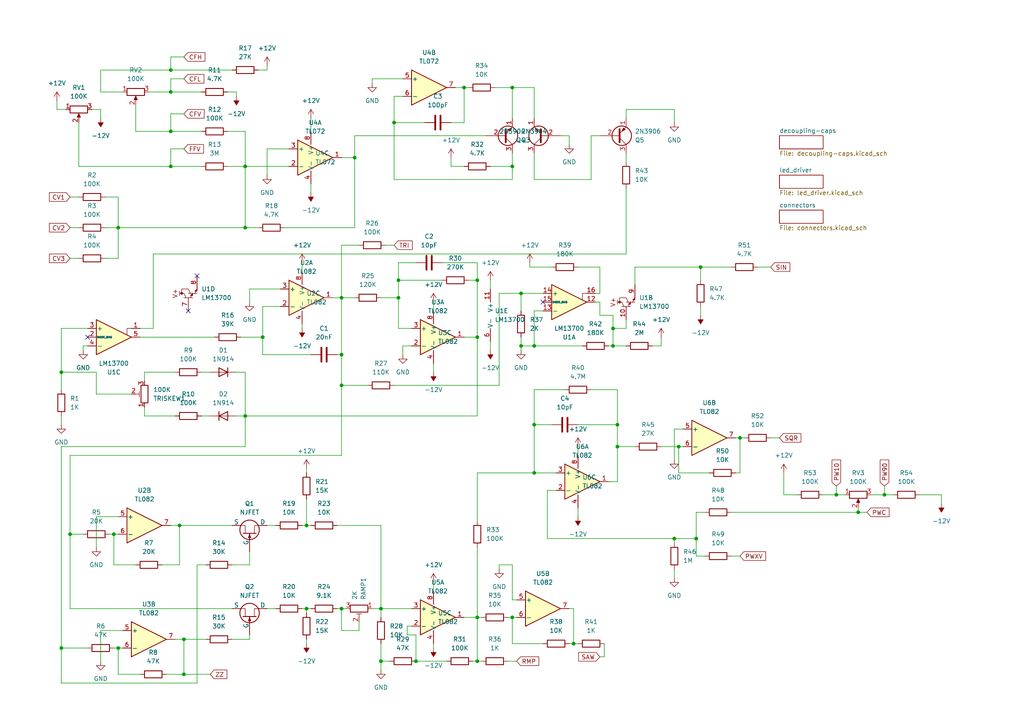
<source format=kicad_sch>
(kicad_sch (version 20230121) (generator eeschema)
  (paper "A4")
  (junction (at 53.34 185.42))
  (junction (at 179.07 123.19))
  (junction (at 17.78 187.96))
  (junction (at 99.06 176.53))
  (junction (at 166.37 186.69))
  (junction (at 99.06 86.36))
  (junction (at 179.07 129.54))
  (junction (at 138.43 179.07))
  (junction (at 138.43 191.77))
  (junction (at 120.65 191.77))
  (junction (at 99.06 102.87))
  (junction (at 49.53 48.26))
  (junction (at 71.12 66.04))
  (junction (at 53.34 195.58))
  (junction (at 33.02 154.94))
  (junction (at 151.13 100.33))
  (junction (at 154.94 123.19))
  (junction (at 99.06 111.76))
  (junction (at 256.54 143.51))
  (junction (at 49.53 26.67))
  (junction (at 177.8 95.25))
  (junction (at 49.53 38.1))
  (junction (at 115.57 81.28))
  (junction (at 20.32 154.94))
  (junction (at 71.12 120.65))
  (junction (at 34.29 66.04))
  (junction (at 148.59 179.07))
  (junction (at 49.53 20.32))
  (junction (at 134.62 25.4))
  (junction (at 214.63 127))
  (junction (at 151.13 85.09))
  (junction (at 88.9 176.53))
  (junction (at 196.85 129.54))
  (junction (at 201.93 156.21))
  (junction (at 154.94 137.16))
  (junction (at 110.49 191.77))
  (junction (at 138.43 81.28))
  (junction (at 114.3 35.56))
  (junction (at 110.49 176.53))
  (junction (at 148.59 25.4))
  (junction (at 148.59 48.26))
  (junction (at 177.8 100.33))
  (junction (at 52.07 152.4))
  (junction (at 203.2 77.47))
  (junction (at 88.9 152.4))
  (junction (at 154.94 100.33))
  (junction (at 17.78 107.95))
  (junction (at 248.92 148.59))
  (junction (at 242.57 143.51))
  (junction (at 195.58 156.21))
  (junction (at 138.43 97.79))
  (junction (at 102.87 45.72))
  (junction (at 76.2 97.79))
  (junction (at 115.57 86.36))
  (junction (at 71.12 48.26))
  (junction (at 34.29 187.96))
  (no_connect (at 57.15 80.01))
  (no_connect (at 54.61 90.17))
  (no_connect (at 25.4 97.79))
  (no_connect (at 157.48 87.63))
  (wire (pts (xy 118.11 184.15) (xy 118.11 181.61)))
  (wire (pts (xy 125.73 105.41) (xy 125.73 107.95)))
  (wire (pts (xy 53.34 22.86) (xy 49.53 22.86)))
  (wire (pts (xy 110.49 191.77) (xy 110.49 194.31)))
  (wire (pts (xy 77.47 43.18) (xy 77.47 50.8)))
  (wire (pts (xy 58.42 107.95) (xy 60.96 107.95)))
  (wire (pts (xy 171.45 113.03) (xy 179.07 113.03)))
  (wire (pts (xy 106.68 111.76) (xy 99.06 111.76)))
  (wire (pts (xy 110.49 176.53) (xy 107.95 176.53)))
  (wire (pts (xy 184.15 77.47) (xy 203.2 77.47)))
  (wire (pts (xy 196.85 129.54) (xy 198.12 129.54)))
  (wire (pts (xy 27.94 114.3) (xy 27.94 107.95)))
  (wire (pts (xy 142.24 81.28) (xy 142.24 83.82)))
  (wire (pts (xy 165.1 176.53) (xy 166.37 176.53)))
  (wire (pts (xy 273.05 143.51) (xy 273.05 146.05)))
  (wire (pts (xy 195.58 156.21) (xy 195.58 157.48)))
  (wire (pts (xy 39.37 163.83) (xy 33.02 163.83)))
  (wire (pts (xy 176.53 100.33) (xy 177.8 100.33)))
  (wire (pts (xy 154.94 123.19) (xy 160.02 123.19)))
  (wire (pts (xy 22.86 35.56) (xy 22.86 48.26)))
  (wire (pts (xy 173.99 87.63) (xy 173.99 91.44)))
  (wire (pts (xy 149.86 173.99) (xy 148.59 173.99)))
  (wire (pts (xy 196.85 137.16) (xy 196.85 129.54)))
  (wire (pts (xy 53.34 185.42) (xy 53.34 195.58)))
  (wire (pts (xy 116.84 27.94) (xy 114.3 27.94)))
  (wire (pts (xy 266.7 143.51) (xy 273.05 143.51)))
  (wire (pts (xy 17.78 120.65) (xy 17.78 123.19)))
  (wire (pts (xy 57.15 198.12) (xy 17.78 198.12)))
  (wire (pts (xy 114.3 52.07) (xy 114.3 35.56)))
  (wire (pts (xy 151.13 85.09) (xy 157.48 85.09)))
  (wire (pts (xy 27.94 107.95) (xy 17.78 107.95)))
  (wire (pts (xy 167.64 147.32) (xy 167.64 149.86)))
  (wire (pts (xy 142.24 48.26) (xy 148.59 48.26)))
  (wire (pts (xy 24.13 154.94) (xy 20.32 154.94)))
  (wire (pts (xy 102.87 66.04) (xy 102.87 45.72)))
  (wire (pts (xy 76.2 88.9) (xy 81.28 88.9)))
  (wire (pts (xy 17.78 198.12) (xy 17.78 187.96)))
  (wire (pts (xy 138.43 191.77) (xy 138.43 179.07)))
  (wire (pts (xy 167.64 129.54) (xy 167.64 132.08)))
  (wire (pts (xy 76.2 102.87) (xy 76.2 97.79)))
  (wire (pts (xy 148.59 25.4) (xy 148.59 34.29)))
  (wire (pts (xy 148.59 186.69) (xy 148.59 179.07)))
  (wire (pts (xy 179.07 113.03) (xy 179.07 123.19)))
  (wire (pts (xy 34.29 149.86) (xy 27.94 149.86)))
  (wire (pts (xy 24.13 101.6) (xy 24.13 100.33)))
  (wire (pts (xy 154.94 25.4) (xy 148.59 25.4)))
  (wire (pts (xy 71.12 120.65) (xy 68.58 120.65)))
  (wire (pts (xy 24.13 100.33) (xy 25.4 100.33)))
  (wire (pts (xy 87.63 152.4) (xy 88.9 152.4)))
  (wire (pts (xy 181.61 34.29) (xy 181.61 31.75)))
  (wire (pts (xy 120.65 191.77) (xy 129.54 191.77)))
  (wire (pts (xy 111.76 71.12) (xy 114.3 71.12)))
  (wire (pts (xy 67.31 20.32) (xy 49.53 20.32)))
  (wire (pts (xy 97.79 102.87) (xy 99.06 102.87)))
  (wire (pts (xy 134.62 48.26) (xy 130.81 48.26)))
  (wire (pts (xy 154.94 90.17) (xy 154.94 100.33)))
  (wire (pts (xy 219.71 77.47) (xy 223.52 77.47)))
  (wire (pts (xy 173.99 91.44) (xy 177.8 91.44)))
  (wire (pts (xy 201.93 156.21) (xy 195.58 156.21)))
  (wire (pts (xy 114.3 35.56) (xy 123.19 35.56)))
  (wire (pts (xy 29.21 182.88) (xy 29.21 191.77)))
  (wire (pts (xy 44.45 73.66) (xy 44.45 95.25)))
  (wire (pts (xy 148.59 179.07) (xy 149.86 179.07)))
  (wire (pts (xy 120.65 191.77) (xy 120.65 184.15)))
  (wire (pts (xy 20.32 66.04) (xy 22.86 66.04)))
  (wire (pts (xy 99.06 176.53) (xy 100.33 176.53)))
  (wire (pts (xy 87.63 76.2) (xy 87.63 78.74)))
  (wire (pts (xy 140.97 39.37) (xy 102.87 39.37)))
  (wire (pts (xy 20.32 176.53) (xy 20.32 154.94)))
  (wire (pts (xy 39.37 38.1) (xy 39.37 30.48)))
  (wire (pts (xy 107.95 22.86) (xy 107.95 24.13)))
  (wire (pts (xy 33.02 154.94) (xy 33.02 163.83)))
  (wire (pts (xy 83.82 43.18) (xy 77.47 43.18)))
  (wire (pts (xy 248.92 148.59) (xy 251.46 148.59)))
  (wire (pts (xy 34.29 57.15) (xy 34.29 66.04)))
  (wire (pts (xy 71.12 48.26) (xy 83.82 48.26)))
  (wire (pts (xy 173.99 39.37) (xy 171.45 39.37)))
  (wire (pts (xy 41.91 120.65) (xy 50.8 120.65)))
  (wire (pts (xy 256.54 143.51) (xy 259.08 143.51)))
  (wire (pts (xy 132.08 25.4) (xy 134.62 25.4)))
  (wire (pts (xy 238.76 143.51) (xy 242.57 143.51)))
  (wire (pts (xy 179.07 129.54) (xy 184.15 129.54)))
  (wire (pts (xy 167.64 77.47) (xy 173.99 77.47)))
  (wire (pts (xy 173.99 85.09) (xy 172.72 85.09)))
  (wire (pts (xy 128.27 81.28) (xy 115.57 81.28)))
  (wire (pts (xy 34.29 66.04) (xy 71.12 66.04)))
  (wire (pts (xy 139.7 191.77) (xy 138.43 191.77)))
  (wire (pts (xy 205.74 137.16) (xy 196.85 137.16)))
  (wire (pts (xy 99.06 86.36) (xy 99.06 71.12)))
  (wire (pts (xy 138.43 97.79) (xy 134.62 97.79)))
  (wire (pts (xy 158.75 156.21) (xy 195.58 156.21)))
  (wire (pts (xy 68.58 26.67) (xy 68.58 27.94)))
  (wire (pts (xy 154.94 137.16) (xy 161.29 137.16)))
  (wire (pts (xy 137.16 191.77) (xy 138.43 191.77)))
  (wire (pts (xy 151.13 97.79) (xy 151.13 100.33)))
  (wire (pts (xy 38.1 114.3) (xy 27.94 114.3)))
  (wire (pts (xy 162.56 39.37) (xy 165.1 39.37)))
  (wire (pts (xy 256.54 140.97) (xy 256.54 143.51)))
  (wire (pts (xy 74.93 20.32) (xy 77.47 20.32)))
  (wire (pts (xy 227.33 143.51) (xy 227.33 137.16)))
  (wire (pts (xy 171.45 39.37) (xy 171.45 52.07)))
  (wire (pts (xy 34.29 187.96) (xy 35.56 187.96)))
  (wire (pts (xy 53.34 185.42) (xy 59.69 185.42)))
  (wire (pts (xy 177.8 95.25) (xy 177.8 100.33)))
  (wire (pts (xy 138.43 76.2) (xy 138.43 81.28)))
  (wire (pts (xy 87.63 176.53) (xy 88.9 176.53)))
  (wire (pts (xy 119.38 100.33) (xy 116.84 100.33)))
  (wire (pts (xy 49.53 38.1) (xy 39.37 38.1)))
  (wire (pts (xy 195.58 165.1) (xy 195.58 167.64)))
  (wire (pts (xy 214.63 127) (xy 215.9 127)))
  (wire (pts (xy 177.8 91.44) (xy 177.8 95.25)))
  (wire (pts (xy 27.94 149.86) (xy 27.94 158.75)))
  (wire (pts (xy 231.14 143.51) (xy 227.33 143.51)))
  (wire (pts (xy 252.73 143.51) (xy 256.54 143.51)))
  (wire (pts (xy 147.32 191.77) (xy 149.86 191.77)))
  (wire (pts (xy 99.06 111.76) (xy 99.06 102.87)))
  (wire (pts (xy 71.12 107.95) (xy 71.12 120.65)))
  (wire (pts (xy 147.32 179.07) (xy 148.59 179.07)))
  (wire (pts (xy 49.53 33.02) (xy 49.53 38.1)))
  (wire (pts (xy 138.43 151.13) (xy 138.43 137.16)))
  (wire (pts (xy 66.04 38.1) (xy 71.12 38.1)))
  (wire (pts (xy 173.99 190.5) (xy 175.26 190.5)))
  (wire (pts (xy 53.34 43.18) (xy 49.53 43.18)))
  (wire (pts (xy 49.53 48.26) (xy 58.42 48.26)))
  (wire (pts (xy 115.57 81.28) (xy 115.57 86.36)))
  (wire (pts (xy 134.62 25.4) (xy 135.89 25.4)))
  (wire (pts (xy 114.3 27.94) (xy 114.3 35.56)))
  (wire (pts (xy 203.2 88.9) (xy 203.2 91.44)))
  (wire (pts (xy 53.34 195.58) (xy 48.26 195.58)))
  (wire (pts (xy 166.37 186.69) (xy 167.64 186.69)))
  (wire (pts (xy 71.12 129.54) (xy 71.12 120.65)))
  (wire (pts (xy 242.57 140.97) (xy 242.57 143.51)))
  (wire (pts (xy 57.15 163.83) (xy 57.15 198.12)))
  (wire (pts (xy 242.57 143.51) (xy 245.11 143.51)))
  (wire (pts (xy 72.39 163.83) (xy 67.31 163.83)))
  (wire (pts (xy 77.47 20.32) (xy 77.47 19.05)))
  (wire (pts (xy 189.23 100.33) (xy 191.77 100.33)))
  (wire (pts (xy 181.61 73.66) (xy 44.45 73.66)))
  (wire (pts (xy 148.59 52.07) (xy 114.3 52.07)))
  (wire (pts (xy 171.45 52.07) (xy 154.94 52.07)))
  (wire (pts (xy 30.48 66.04) (xy 34.29 66.04)))
  (wire (pts (xy 41.91 118.11) (xy 41.91 120.65)))
  (wire (pts (xy 88.9 176.53) (xy 88.9 177.8)))
  (wire (pts (xy 181.61 44.45) (xy 181.61 46.99)))
  (wire (pts (xy 68.58 107.95) (xy 71.12 107.95)))
  (wire (pts (xy 148.59 163.83) (xy 144.78 163.83)))
  (wire (pts (xy 118.11 181.61) (xy 119.38 181.61)))
  (wire (pts (xy 88.9 176.53) (xy 90.17 176.53)))
  (wire (pts (xy 49.53 43.18) (xy 49.53 48.26)))
  (wire (pts (xy 59.69 163.83) (xy 57.15 163.83)))
  (wire (pts (xy 72.39 83.82) (xy 72.39 87.63)))
  (wire (pts (xy 144.78 163.83) (xy 144.78 165.1)))
  (wire (pts (xy 154.94 52.07) (xy 154.94 44.45)))
  (wire (pts (xy 31.75 154.94) (xy 33.02 154.94)))
  (wire (pts (xy 50.8 107.95) (xy 41.91 107.95)))
  (wire (pts (xy 88.9 135.89) (xy 88.9 137.16)))
  (wire (pts (xy 154.94 34.29) (xy 154.94 25.4)))
  (wire (pts (xy 49.53 26.67) (xy 58.42 26.67)))
  (wire (pts (xy 34.29 195.58) (xy 34.29 187.96)))
  (wire (pts (xy 29.21 31.75) (xy 29.21 34.29)))
  (wire (pts (xy 76.2 97.79) (xy 76.2 88.9)))
  (wire (pts (xy 125.73 168.91) (xy 125.73 171.45)))
  (wire (pts (xy 191.77 129.54) (xy 196.85 129.54)))
  (wire (pts (xy 160.02 77.47) (xy 153.67 77.47)))
  (wire (pts (xy 20.32 74.93) (xy 22.86 74.93)))
  (wire (pts (xy 49.53 152.4) (xy 52.07 152.4)))
  (wire (pts (xy 116.84 100.33) (xy 116.84 102.87)))
  (wire (pts (xy 49.53 20.32) (xy 29.21 20.32)))
  (wire (pts (xy 214.63 137.16) (xy 214.63 127)))
  (wire (pts (xy 135.89 81.28) (xy 138.43 81.28)))
  (wire (pts (xy 20.32 154.94) (xy 20.32 132.08)))
  (wire (pts (xy 134.62 179.07) (xy 138.43 179.07)))
  (wire (pts (xy 179.07 129.54) (xy 179.07 139.7)))
  (wire (pts (xy 87.63 93.98) (xy 87.63 95.25)))
  (wire (pts (xy 201.93 148.59) (xy 201.93 156.21)))
  (wire (pts (xy 223.52 127) (xy 226.06 127)))
  (wire (pts (xy 120.65 76.2) (xy 115.57 76.2)))
  (wire (pts (xy 43.18 26.67) (xy 49.53 26.67)))
  (wire (pts (xy 99.06 182.88) (xy 99.06 176.53)))
  (wire (pts (xy 33.02 187.96) (xy 34.29 187.96)))
  (wire (pts (xy 114.3 111.76) (xy 144.78 111.76)))
  (wire (pts (xy 53.34 16.51) (xy 49.53 16.51)))
  (wire (pts (xy 67.31 176.53) (xy 20.32 176.53)))
  (wire (pts (xy 181.61 31.75) (xy 195.58 31.75)))
  (wire (pts (xy 40.64 97.79) (xy 62.23 97.79)))
  (wire (pts (xy 158.75 142.24) (xy 158.75 156.21)))
  (wire (pts (xy 248.92 148.59) (xy 248.92 147.32)))
  (wire (pts (xy 35.56 182.88) (xy 29.21 182.88)))
  (wire (pts (xy 90.17 34.29) (xy 90.17 38.1)))
  (wire (pts (xy 26.67 31.75) (xy 29.21 31.75)))
  (wire (pts (xy 195.58 124.46) (xy 195.58 133.35)))
  (wire (pts (xy 125.73 87.63) (xy 125.73 90.17)))
  (wire (pts (xy 22.86 48.26) (xy 49.53 48.26)))
  (wire (pts (xy 82.55 66.04) (xy 102.87 66.04)))
  (wire (pts (xy 102.87 45.72) (xy 99.06 45.72)))
  (wire (pts (xy 166.37 176.53) (xy 166.37 186.69)))
  (wire (pts (xy 67.31 185.42) (xy 72.39 185.42)))
  (wire (pts (xy 143.51 25.4) (xy 148.59 25.4)))
  (wire (pts (xy 195.58 31.75) (xy 195.58 35.56)))
  (wire (pts (xy 212.09 161.29) (xy 214.63 161.29)))
  (wire (pts (xy 204.47 148.59) (xy 201.93 148.59)))
  (wire (pts (xy 142.24 99.06) (xy 142.24 101.6)))
  (wire (pts (xy 134.62 35.56) (xy 134.62 25.4)))
  (wire (pts (xy 99.06 102.87) (xy 99.06 86.36)))
  (wire (pts (xy 53.34 33.02) (xy 49.53 33.02)))
  (wire (pts (xy 99.06 71.12) (xy 104.14 71.12)))
  (wire (pts (xy 144.78 111.76) (xy 144.78 85.09)))
  (wire (pts (xy 116.84 22.86) (xy 107.95 22.86)))
  (wire (pts (xy 138.43 120.65) (xy 138.43 97.79)))
  (wire (pts (xy 66.04 26.67) (xy 68.58 26.67)))
  (wire (pts (xy 167.64 123.19) (xy 179.07 123.19)))
  (wire (pts (xy 29.21 26.67) (xy 35.56 26.67)))
  (wire (pts (xy 128.27 76.2) (xy 138.43 76.2)))
  (wire (pts (xy 110.49 152.4) (xy 110.49 176.53)))
  (wire (pts (xy 25.4 187.96) (xy 17.78 187.96)))
  (wire (pts (xy 52.07 152.4) (xy 52.07 163.83)))
  (wire (pts (xy 148.59 48.26) (xy 148.59 52.07)))
  (wire (pts (xy 20.32 57.15) (xy 22.86 57.15)))
  (wire (pts (xy 97.79 152.4) (xy 110.49 152.4)))
  (wire (pts (xy 17.78 187.96) (xy 17.78 129.54)))
  (wire (pts (xy 72.39 160.02) (xy 72.39 163.83)))
  (wire (pts (xy 203.2 77.47) (xy 212.09 77.47)))
  (wire (pts (xy 204.47 161.29) (xy 201.93 161.29)))
  (wire (pts (xy 115.57 76.2) (xy 115.57 81.28)))
  (wire (pts (xy 102.87 39.37) (xy 102.87 45.72)))
  (wire (pts (xy 58.42 38.1) (xy 49.53 38.1)))
  (wire (pts (xy 71.12 66.04) (xy 74.93 66.04)))
  (wire (pts (xy 154.94 123.19) (xy 154.94 137.16)))
  (wire (pts (xy 157.48 186.69) (xy 148.59 186.69)))
  (wire (pts (xy 115.57 95.25) (xy 119.38 95.25)))
  (wire (pts (xy 49.53 16.51) (xy 49.53 20.32)))
  (wire (pts (xy 153.67 77.47) (xy 153.67 76.2)))
  (wire (pts (xy 175.26 190.5) (xy 175.26 186.69)))
  (wire (pts (xy 88.9 144.78) (xy 88.9 152.4)))
  (wire (pts (xy 53.34 195.58) (xy 60.96 195.58)))
  (wire (pts (xy 17.78 107.95) (xy 17.78 95.25)))
  (wire (pts (xy 77.47 176.53) (xy 80.01 176.53)))
  (wire (pts (xy 138.43 158.75) (xy 138.43 179.07)))
  (wire (pts (xy 96.52 86.36) (xy 99.06 86.36)))
  (wire (pts (xy 151.13 85.09) (xy 151.13 90.17)))
  (wire (pts (xy 50.8 185.42) (xy 53.34 185.42)))
  (wire (pts (xy 34.29 66.04) (xy 34.29 74.93)))
  (wire (pts (xy 181.61 92.71) (xy 181.61 95.25)))
  (wire (pts (xy 138.43 81.28) (xy 138.43 97.79)))
  (wire (pts (xy 130.81 48.26) (xy 130.81 45.72)))
  (wire (pts (xy 69.85 97.79) (xy 76.2 97.79)))
  (wire (pts (xy 154.94 100.33) (xy 168.91 100.33)))
  (wire (pts (xy 110.49 176.53) (xy 110.49 179.07)))
  (wire (pts (xy 97.79 176.53) (xy 99.06 176.53)))
  (wire (pts (xy 110.49 191.77) (xy 113.03 191.77)))
  (wire (pts (xy 120.65 184.15) (xy 118.11 184.15)))
  (wire (pts (xy 52.07 152.4) (xy 67.31 152.4)))
  (wire (pts (xy 71.12 120.65) (xy 138.43 120.65)))
  (wire (pts (xy 148.59 173.99) (xy 148.59 163.83)))
  (wire (pts (xy 201.93 161.29) (xy 201.93 156.21)))
  (wire (pts (xy 66.04 48.26) (xy 71.12 48.26)))
  (wire (pts (xy 125.73 186.69) (xy 125.73 187.96)))
  (wire (pts (xy 72.39 185.42) (xy 72.39 184.15)))
  (wire (pts (xy 172.72 87.63) (xy 173.99 87.63)))
  (wire (pts (xy 17.78 129.54) (xy 71.12 129.54)))
  (wire (pts (xy 130.81 35.56) (xy 134.62 35.56)))
  (wire (pts (xy 161.29 142.24) (xy 158.75 142.24)))
  (wire (pts (xy 104.14 180.34) (xy 104.14 182.88)))
  (wire (pts (xy 33.02 154.94) (xy 34.29 154.94)))
  (wire (pts (xy 198.12 124.46) (xy 195.58 124.46)))
  (wire (pts (xy 88.9 152.4) (xy 90.17 152.4)))
  (wire (pts (xy 165.1 39.37) (xy 165.1 41.91)))
  (wire (pts (xy 203.2 77.47) (xy 203.2 81.28)))
  (wire (pts (xy 29.21 20.32) (xy 29.21 26.67)))
  (wire (pts (xy 148.59 44.45) (xy 148.59 48.26)))
  (wire (pts (xy 173.99 77.47) (xy 173.99 85.09)))
  (wire (pts (xy 157.48 90.17) (xy 154.94 90.17)))
  (wire (pts (xy 151.13 100.33) (xy 151.13 101.6)))
  (wire (pts (xy 177.8 100.33) (xy 181.61 100.33)))
  (wire (pts (xy 99.06 86.36) (xy 102.87 86.36)))
  (wire (pts (xy 34.29 74.93) (xy 30.48 74.93)))
  (wire (pts (xy 179.07 139.7) (xy 176.53 139.7)))
  (wire (pts (xy 71.12 38.1) (xy 71.12 48.26)))
  (wire (pts (xy 110.49 176.53) (xy 119.38 176.53)))
  (wire (pts (xy 17.78 95.25) (xy 25.4 95.25)))
  (wire (pts (xy 154.94 100.33) (xy 151.13 100.33)))
  (wire (pts (xy 99.06 132.08) (xy 99.06 111.76)))
  (wire (pts (xy 58.42 120.65) (xy 60.96 120.65)))
  (wire (pts (xy 115.57 86.36) (xy 115.57 95.25)))
  (wire (pts (xy 40.64 195.58) (xy 34.29 195.58)))
  (wire (pts (xy 104.14 182.88) (xy 99.06 182.88)))
  (wire (pts (xy 77.47 152.4) (xy 80.01 152.4)))
  (wire (pts (xy 138.43 137.16) (xy 154.94 137.16)))
  (wire (pts (xy 184.15 82.55) (xy 184.15 77.47)))
  (wire (pts (xy 191.77 100.33) (xy 191.77 97.79)))
  (wire (pts (xy 212.09 148.59) (xy 248.92 148.59)))
  (wire (pts (xy 213.36 137.16) (xy 214.63 137.16)))
  (wire (pts (xy 44.45 95.25) (xy 40.64 95.25)))
  (wire (pts (xy 144.78 85.09) (xy 151.13 85.09)))
  (wire (pts (xy 90.17 53.34) (xy 90.17 55.88)))
  (wire (pts (xy 110.49 86.36) (xy 115.57 86.36)))
  (wire (pts (xy 166.37 186.69) (xy 165.1 186.69)))
  (wire (pts (xy 213.36 127) (xy 214.63 127)))
  (wire (pts (xy 41.91 107.95) (xy 41.91 110.49)))
  (wire (pts (xy 81.28 83.82) (xy 72.39 83.82)))
  (wire (pts (xy 154.94 113.03) (xy 154.94 123.19)))
  (wire (pts (xy 181.61 54.61) (xy 181.61 73.66)))
  (wire (pts (xy 179.07 123.19) (xy 179.07 129.54)))
  (wire (pts (xy 49.53 22.86) (xy 49.53 26.67)))
  (wire (pts (xy 138.43 179.07) (xy 139.7 179.07)))
  (wire (pts (xy 110.49 186.69) (xy 110.49 191.77)))
  (wire (pts (xy 19.05 31.75) (xy 16.51 31.75)))
  (wire (pts (xy 181.61 95.25) (xy 177.8 95.25)))
  (wire (pts (xy 20.32 132.08) (xy 99.06 132.08)))
  (wire (pts (xy 88.9 185.42) (xy 88.9 186.69)))
  (wire (pts (xy 52.07 163.83) (xy 46.99 163.83)))
  (wire (pts (xy 16.51 31.75) (xy 16.51 29.21)))
  (wire (pts (xy 90.17 102.87) (xy 76.2 102.87)))
  (wire (pts (xy 17.78 113.03) (xy 17.78 107.95)))
  (wire (pts (xy 71.12 48.26) (xy 71.12 66.04)))
  (wire (pts (xy 163.83 113.03) (xy 154.94 113.03)))
  (wire (pts (xy 30.48 57.15) (xy 34.29 57.15)))
  (global_label "CV2" (shape input) (at 20.32 66.04 180) (property "Intersheetrefs" "${INTERSHEET_REFS}" (effects hide)))
  (global_label "SQR" (shape input) (at 226.06 127 0) (property "Intersheetrefs" "${INTERSHEET_REFS}" (effects hide)))
  (global_label "CV3" (shape input) (at 20.32 74.93 180) (property "Intersheetrefs" "${INTERSHEET_REFS}" (effects hide)))
  (global_label "SAW" (shape input) (at 173.99 190.5 180) (property "Intersheetrefs" "${INTERSHEET_REFS}" (effects hide)))
  (global_label "SIN" (shape input) (at 223.52 77.47 0) (property "Intersheetrefs" "${INTERSHEET_REFS}" (effects hide)))
  (global_label "ZZ" (shape input) (at 60.96 195.58 0) (property "Intersheetrefs" "${INTERSHEET_REFS}" (effects hide)))
  (global_label "CFL" (shape input) (at 53.34 22.86 0) (property "Intersheetrefs" "${INTERSHEET_REFS}" (effects hide)))
  (global_label "TRI" (shape input) (at 114.3 71.12 0) (property "Intersheetrefs" "${INTERSHEET_REFS}" (effects hide)))
  (global_label "PW90" (shape input) (at 256.54 140.97 90) (property "Intersheetrefs" "${INTERSHEET_REFS}" (effects hide)))
  (global_label "PWC" (shape input) (at 251.46 148.59 0) (property "Intersheetrefs" "${INTERSHEET_REFS}" (effects hide)))
  (global_label "CV1" (shape input) (at 20.32 57.15 180) (property "Intersheetrefs" "${INTERSHEET_REFS}" (effects hide)))
  (global_label "FFV" (shape input) (at 53.34 43.18 0) (property "Intersheetrefs" "${INTERSHEET_REFS}" (effects hide)))
  (global_label "PW10" (shape input) (at 242.57 140.97 90) (property "Intersheetrefs" "${INTERSHEET_REFS}" (effects hide)))
  (global_label "CFV" (shape input) (at 53.34 33.02 0) (property "Intersheetrefs" "${INTERSHEET_REFS}" (effects hide)))
  (global_label "PWXV" (shape input) (at 214.63 161.29 0) (property "Intersheetrefs" "${INTERSHEET_REFS}" (effects hide)))
  (global_label "CFH" (shape input) (at 53.34 16.51 0) (property "Intersheetrefs" "${INTERSHEET_REFS}" (effects hide)))
  (global_label "RMP" (shape input) (at 149.86 191.77 0) (property "Intersheetrefs" "${INTERSHEET_REFS}" (effects hide)))
  (symbol (lib_id "power:-12V") (at 125.73 187.96 180) (unit 1)
    (property "Reference" "#PWR022" (effects hide))
    (property "Value" "-12V" (at 125.73 193.04 0))
  )
  (symbol (lib_id "Device:R") (at 181.61 50.8 0) (unit 1)
    (property "Reference" "R43" (at 184.15 49.53 0) (effects (justify left)))
    (property "Value" "10K" (at 184.15 52.07 0) (effects (justify left)))
    (property "Footprint" "Resistor_SMD:R_0805_2012Metric" (effects hide))
  )
  (symbol (lib_id "Device:C") (at 127 35.56 90) (unit 1)
    (property "Reference" "C3" (at 127 27.94 90))
    (property "Value" "100pF" (at 127 30.48 90))
    (property "Footprint" "Capacitor_SMD:C_0201_0603Metric" (effects hide))
  )
  (symbol (lib_id "power:GND") (at 195.58 133.35 0) (unit 1)
    (property "Reference" "#PWR034" (effects hide))
    (property "Value" "GND" (at 195.58 138.43 0))
  )
  (symbol (lib_id "Device:R_Potentiometer_Trim") (at 104.14 176.53 270) (unit 1)
    (property "Reference" "RAMP1" (at 105.41 173.99 0) (effects (justify right)))
    (property "Value" "2K" (at 102.87 173.99 0) (effects (justify right)))
    (property "Footprint" "Potentiometer_THT:Potentiometer_Bourns_3266Y_Vertical" (effects hide))
  )
  (symbol (lib_id "Transistor_BJT:2N3904") (at 146.05 39.37 0) (mirror x) (unit 1)
    (property "Reference" "Q3" (at 151.13 40.64 0) (effects (justify left)))
    (property "Value" "2N3904" (at 151.13 38.1 0) (effects (justify left)))
    (property "Footprint" "Package_TO_SOT_THT:TO-92_HandSolder" (effects hide))
    (property "Datasheet" "https://www.onsemi.com/pub/Collateral/2N3903-D.PDF" (effects hide))
  )
  (symbol (lib_id "Amplifier_Operational:LM13700") (at 181.61 85.09 90) (unit 2)
    (property "Reference" "U1" (at 185.42 86.36 90) (effects (justify right)))
    (property "Value" "LM13700" (at 185.42 88.9 90) (effects (justify right)))
    (property "Footprint" "Package_SO:SOP-16_4.4x10.4mm_P1.27mm" (effects hide))
    (property "Datasheet" "http://www.ti.com/lit/ds/symlink/lm13700.pdf" (effects hide))
  )
  (symbol (lib_id "Device:R") (at 106.68 86.36 90) (unit 1)
    (property "Reference" "R25" (at 106.68 80.01 90))
    (property "Value" "120K" (at 106.68 82.55 90))
    (property "Footprint" "Resistor_SMD:R_0805_2012Metric" (effects hide))
  )
  (symbol (lib_id "Device:R") (at 110.49 182.88 180) (unit 1)
    (property "Reference" "R28" (at 113.03 181.61 0) (effects (justify right)))
    (property "Value" "10K" (at 113.03 184.15 0) (effects (justify right)))
    (property "Footprint" "Resistor_SMD:R_0805_2012Metric" (effects hide))
  )
  (symbol (lib_id "power:GND") (at 24.13 101.6 0) (unit 1)
    (property "Reference" "#PWR03" (effects hide))
    (property "Value" "GND" (at 24.13 106.68 0))
  )
  (symbol (lib_id "Device:R") (at 83.82 152.4 90) (unit 1)
    (property "Reference" "R19" (at 83.82 146.05 90))
    (property "Value" "10K" (at 83.82 148.59 90))
    (property "Footprint" "Resistor_SMD:R_0805_2012Metric" (effects hide))
  )
  (symbol (lib_id "Amplifier_Operational:TL082") (at 90.17 86.36 0) (unit 3)
    (property "Reference" "U2" (at 88.9 85.09 0) (effects (justify left)))
    (property "Value" "TL082" (at 88.9 87.63 0) (effects (justify left)))
    (property "Footprint" "Package_SO:SOP-8_3.9x4.9mm_P1.27mm" (effects hide))
    (property "Datasheet" "http://www.ti.com/lit/ds/symlink/tl081.pdf" (effects hide))
  )
  (symbol (lib_id "power:+12V") (at 227.33 137.16 0) (unit 1)
    (property "Reference" "#PWR037" (effects hide))
    (property "Value" "+12V" (at 227.33 132.08 0))
  )
  (symbol (lib_id "power:GND") (at 17.78 123.19 0) (unit 1)
    (property "Reference" "#PWR02" (effects hide))
    (property "Value" "GND" (at 17.78 128.27 0))
  )
  (symbol (lib_id "Device:R_Potentiometer") (at 39.37 26.67 90) (mirror x) (unit 1) (on_board no)
    (property "Reference" "RV2" (at 39.37 20.32 90))
    (property "Value" "100K" (at 39.37 22.86 90))
  )
  (symbol (lib_id "Device:C") (at 163.83 123.19 90) (unit 1)
    (property "Reference" "C4" (at 163.83 115.57 90))
    (property "Value" "10pF" (at 163.83 118.11 90))
    (property "Footprint" "Capacitor_SMD:C_0201_0603Metric" (effects hide))
  )
  (symbol (lib_id "Amplifier_Operational:TL082") (at 41.91 152.4 0) (unit 2)
    (property "Reference" "U2" (at 41.91 142.24 0))
    (property "Value" "TL082" (at 41.91 144.78 0))
    (property "Footprint" "Package_SO:SOP-8_3.9x4.9mm_P1.27mm" (effects hide))
    (property "Datasheet" "http://www.ti.com/lit/ds/symlink/tl081.pdf" (effects hide))
  )
  (symbol (lib_id "power:-12V") (at 90.17 55.88 180) (unit 1)
    (property "Reference" "#PWR016" (effects hide))
    (property "Value" "-12V" (at 90.17 60.96 0))
  )
  (symbol (lib_id "power:+12V") (at 125.73 168.91 0) (unit 1)
    (property "Reference" "#PWR021" (effects hide))
    (property "Value" "+12V" (at 125.73 163.83 0))
  )
  (symbol (lib_id "Device:R") (at 138.43 154.94 180) (unit 1)
    (property "Reference" "R33" (at 140.982 153.67 0) (effects (justify right)))
    (property "Value" "100K" (at 140.982 156.21 0) (effects (justify right)))
    (property "Footprint" "Resistor_SMD:R_0805_2012Metric" (effects hide))
  )
  (symbol (lib_id "Amplifier_Operational:TL082") (at 127 97.79 0) (unit 1)
    (property "Reference" "U3" (at 127 87.63 0))
    (property "Value" "TL082" (at 127 90.17 0))
    (property "Footprint" "Package_SO:SOP-8_3.9x4.9mm_P1.27mm" (effects hide))
    (property "Datasheet" "http://www.ti.com/lit/ds/symlink/tl081.pdf" (effects hide))
  )
  (symbol (lib_id "power:+12V") (at 90.17 34.29 0) (unit 1)
    (property "Reference" "#PWR015" (effects hide))
    (property "Value" "+12V" (at 90.17 29.21 0))
  )
  (symbol (lib_id "Device:R") (at 208.28 148.59 90) (unit 1)
    (property "Reference" "R48" (at 208.28 142.24 90))
    (property "Value" "10K" (at 208.28 144.78 90))
    (property "Footprint" "Resistor_SMD:R_0805_2012Metric" (effects hide))
  )
  (symbol (lib_id "power:-12V") (at 273.05 146.05 180) (unit 1)
    (property "Reference" "#PWR038" (effects hide))
    (property "Value" "-12V" (at 273.05 151.13 0))
  )
  (symbol (lib_id "Device:R") (at 151.13 93.98 180) (unit 1)
    (property "Reference" "R37" (at 153.67 92.71 0) (effects (justify right)))
    (property "Value" "2K" (at 153.67 95.25 0) (effects (justify right)))
    (property "Footprint" "Resistor_SMD:R_0805_2012Metric" (effects hide))
  )
  (symbol (lib_id "Device:R") (at 219.71 127 90) (unit 1)
    (property "Reference" "R52" (at 219.71 120.65 90))
    (property "Value" "10K" (at 219.71 123.19 90))
    (property "Footprint" "Resistor_SMD:R_0805_2012Metric" (effects hide))
  )
  (symbol (lib_id "Device:R") (at 143.51 179.07 90) (unit 1)
    (property "Reference" "R35" (at 143.51 172.72 90))
    (property "Value" "10K" (at 143.51 175.26 90))
    (property "Footprint" "Resistor_SMD:R_0805_2012Metric" (effects hide))
  )
  (symbol (lib_id "Device:R") (at 44.45 195.58 90) (unit 1)
    (property "Reference" "R8" (at 44.45 189.23 90))
    (property "Value" "47K" (at 44.45 191.77 90))
    (property "Footprint" "Resistor_SMD:R_0805_2012Metric" (effects hide))
  )
  (symbol (lib_id "Amplifier_Operational:LM13700") (at 165.1 87.63 0) (mirror x) (unit 1)
    (property "Reference" "U1" (at 165.1 97.79 0))
    (property "Value" "LM13700" (at 165.1 95.25 0))
    (property "Footprint" "Package_SO:SOP-16_4.4x10.4mm_P1.27mm" (effects hide))
    (property "Datasheet" "http://www.ti.com/lit/ds/symlink/lm13700.pdf" (effects hide))
  )
  (symbol (lib_id "Device:R") (at 88.9 140.97 180) (unit 1)
    (property "Reference" "R21" (at 91.44 139.7 0) (effects (justify right)))
    (property "Value" "15K" (at 91.44 142.24 0) (effects (justify right)))
    (property "Footprint" "Resistor_SMD:R_0805_2012Metric" (effects hide))
  )
  (symbol (lib_id "Device:R") (at 54.61 107.95 90) (unit 1)
    (property "Reference" "R9" (at 54.61 101.6 90))
    (property "Value" "100K" (at 54.61 104.14 90))
    (property "Footprint" "Resistor_SMD:R_0805_2012Metric" (effects hide))
  )
  (symbol (lib_id "power:GND") (at 27.94 158.75 0) (unit 1)
    (property "Reference" "#PWR04" (effects hide))
    (property "Value" "GND" (at 27.94 163.83 0))
  )
  (symbol (lib_id "Amplifier_Operational:TL082") (at 43.18 185.42 0) (unit 2)
    (property "Reference" "U3" (at 43.18 175.26 0))
    (property "Value" "TL082" (at 43.18 177.8 0))
    (property "Footprint" "Package_SO:SOP-8_3.9x4.9mm_P1.27mm" (effects hide))
    (property "Datasheet" "http://www.ti.com/lit/ds/symlink/tl081.pdf" (effects hide))
  )
  (symbol (lib_id "power:+12V") (at 87.63 76.2 0) (unit 1)
    (property "Reference" "#PWR011" (effects hide))
    (property "Value" "+12V" (at 87.63 71.12 0))
  )
  (symbol (lib_id "power:+12V") (at 125.73 87.63 0) (unit 1)
    (property "Reference" "#PWR020" (effects hide))
    (property "Value" "+12V" (at 125.73 82.55 0))
  )
  (symbol (lib_id "Device:R") (at 62.23 48.26 90) (unit 1)
    (property "Reference" "R13" (at 62.23 41.91 90))
    (property "Value" "3M" (at 62.23 44.45 90))
    (property "Footprint" "Resistor_SMD:R_0805_2012Metric" (effects hide))
  )
  (symbol (lib_id "power:GND") (at 144.78 165.1 0) (unit 1)
    (property "Reference" "#PWR026" (effects hide))
    (property "Value" "GND" (at 144.78 170.18 0))
  )
  (symbol (lib_id "Device:R") (at 26.67 57.15 90) (unit 1)
    (property "Reference" "R2" (at 26.67 50.8 90))
    (property "Value" "100K" (at 26.67 53.34 90))
    (property "Footprint" "Resistor_SMD:R_0805_2012Metric" (effects hide))
  )
  (symbol (lib_id "Device:R") (at 133.35 191.77 90) (unit 1)
    (property "Reference" "R31" (at 133.35 185.42 90))
    (property "Value" "100K" (at 133.35 187.96 90))
    (property "Footprint" "Resistor_SMD:R_0805_2012Metric" (effects hide))
  )
  (symbol (lib_id "Amplifier_Operational:TL082") (at 128.27 97.79 0) (unit 3)
    (property "Reference" "U3" (at 127 96.52 0) (effects (justify left)))
    (property "Value" "TL082" (at 127 99.06 0) (effects (justify left)))
    (property "Footprint" "Package_SO:SOP-8_3.9x4.9mm_P1.27mm" (effects hide))
    (property "Datasheet" "http://www.ti.com/lit/ds/symlink/tl081.pdf" (effects hide))
  )
  (symbol (lib_id "Device:R") (at 203.2 85.09 0) (unit 1)
    (property "Reference" "R47" (at 205.74 83.82 0) (effects (justify left)))
    (property "Value" "4.7K" (at 205.74 86.36 0) (effects (justify left)))
    (property "Footprint" "Resistor_SMD:R_0805_2012Metric" (effects hide))
  )
  (symbol (lib_id "Device:R") (at 88.9 181.61 180) (unit 1)
    (property "Reference" "R22" (at 91.44 180.34 0) (effects (justify right)))
    (property "Value" "15K" (at 91.44 182.88 0) (effects (justify right)))
    (property "Footprint" "Resistor_SMD:R_0805_2012Metric" (effects hide))
  )
  (symbol (lib_id "Device:R") (at 209.55 137.16 90) (unit 1)
    (property "Reference" "R50" (at 209.55 130.81 90))
    (property "Value" "10K" (at 209.55 133.35 90))
    (property "Footprint" "Resistor_SMD:R_0805_2012Metric" (effects hide))
  )
  (symbol (lib_id "Device:R") (at 78.74 66.04 90) (unit 1)
    (property "Reference" "R18" (at 78.74 59.69 90))
    (property "Value" "4.7K" (at 78.74 62.23 90))
    (property "Footprint" "Resistor_SMD:R_0805_2012Metric" (effects hide))
  )
  (symbol (lib_id "Device:R") (at 27.94 154.94 90) (unit 1)
    (property "Reference" "R5" (at 27.94 148.59 90))
    (property "Value" "20K" (at 27.94 151.13 90))
    (property "Footprint" "Resistor_SMD:R_0805_2012Metric" (effects hide))
  )
  (symbol (lib_id "Amplifier_Operational:TL082") (at 127 179.07 0) (unit 1)
    (property "Reference" "U5" (at 127 168.91 0))
    (property "Value" "TL082" (at 127 171.45 0))
    (property "Footprint" "Package_SO:SOP-8_3.9x4.9mm_P1.27mm" (effects hide))
    (property "Datasheet" "http://www.ti.com/lit/ds/symlink/tl081.pdf" (effects hide))
  )
  (symbol (lib_id "Amplifier_Operational:TL072") (at 92.71 45.72 0) (unit 3)
    (property "Reference" "U4" (at 91.44 44.45 0) (effects (justify left)))
    (property "Value" "TL072" (at 91.44 46.99 0) (effects (justify left)))
    (property "Footprint" "Package_SO:SOP-8_3.9x4.9mm_P1.27mm" (effects hide))
    (property "Datasheet" "http://www.ti.com/lit/ds/symlink/tl071.pdf" (effects hide))
  )
  (symbol (lib_id "Device:R_Potentiometer") (at 248.92 143.51 90) (mirror x) (unit 1) (on_board no)
    (property "Reference" "RV3" (at 248.92 137.16 90))
    (property "Value" "100K" (at 248.92 139.7 90))
  )
  (symbol (lib_id "power:GND") (at 165.1 41.91 0) (unit 1)
    (property "Reference" "#PWR029" (effects hide))
    (property "Value" "GND" (at 165.1 46.99 0))
  )
  (symbol (lib_id "Device:R") (at 17.78 116.84 0) (unit 1)
    (property "Reference" "R1" (at 20.32 115.57 0) (effects (justify left)))
    (property "Value" "1K" (at 20.32 118.11 0) (effects (justify left)))
    (property "Footprint" "Resistor_SMD:R_0805_2012Metric" (effects hide))
  )
  (symbol (lib_id "Device:R") (at 215.9 77.47 90) (unit 1)
    (property "Reference" "R51" (at 215.9 71.12 90))
    (property "Value" "4.7K" (at 215.9 73.66 90))
    (property "Footprint" "Resistor_SMD:R_0805_2012Metric" (effects hide))
  )
  (symbol (lib_id "Device:R") (at 83.82 176.53 90) (unit 1)
    (property "Reference" "R20" (at 83.82 170.18 90))
    (property "Value" "10K" (at 83.82 172.72 90))
    (property "Footprint" "Resistor_SMD:R_0805_2012Metric" (effects hide))
  )
  (symbol (lib_id "Device:C") (at 124.46 76.2 90) (unit 1)
    (property "Reference" "C2" (at 124.46 68.58 90))
    (property "Value" "10pF" (at 124.46 71.12 90))
    (property "Footprint" "Capacitor_SMD:C_0201_0603Metric" (effects hide))
  )
  (symbol (lib_id "Amplifier_Operational:TL082") (at 128.27 179.07 0) (unit 3)
    (property "Reference" "U5" (at 127 177.8 0) (effects (justify left)))
    (property "Value" "TL082" (at 127 180.34 0) (effects (justify left)))
    (property "Footprint" "Package_SO:SOP-8_3.9x4.9mm_P1.27mm" (effects hide))
    (property "Datasheet" "http://www.ti.com/lit/ds/symlink/tl081.pdf" (effects hide))
  )
  (symbol (lib_id "power:+12V") (at 130.81 45.72 0) (unit 1)
    (property "Reference" "#PWR023" (effects hide))
    (property "Value" "+12V" (at 130.81 40.64 0))
  )
  (symbol (lib_id "power:-12V") (at 125.73 107.95 180) (unit 1)
    (property "Reference" "#PWR050" (effects hide))
    (property "Value" "-12V" (at 125.73 113.03 0))
  )
  (symbol (lib_id "Amplifier_Operational:TL082") (at 170.18 139.7 0) (unit 3)
    (property "Reference" "U6" (at 168.91 138.43 0) (effects (justify left)))
    (property "Value" "TL082" (at 168.91 140.97 0) (effects (justify left)))
    (property "Footprint" "Package_SO:SOP-8_3.9x4.9mm_P1.27mm" (effects hide))
    (property "Datasheet" "http://www.ti.com/lit/ds/symlink/tl081.pdf" (effects hide))
  )
  (symbol (lib_id "power:-12V") (at 167.64 149.86 180) (unit 1)
    (property "Reference" "#PWR031" (effects hide))
    (property "Value" "-12V" (at 167.64 154.94 0))
  )
  (symbol (lib_id "power:+12V") (at 88.9 135.89 0) (unit 1)
    (property "Reference" "#PWR013" (effects hide))
    (property "Value" "+12V" (at 88.9 130.81 0))
  )
  (symbol (lib_id "power:+12V") (at 77.47 19.05 0) (unit 1)
    (property "Reference" "#PWR09" (effects hide))
    (property "Value" "+12V" (at 77.47 13.97 0))
  )
  (symbol (lib_id "Diode:1N914") (at 64.77 120.65 0) (unit 1)
    (property "Reference" "D2" (at 64.77 114.3 0))
    (property "Value" "1N914" (at 64.77 116.84 0))
    (property "Footprint" "Diode_SMD:D_SOD-123" (effects hide))
    (property "Datasheet" "http://www.vishay.com/docs/85622/1n914.pdf" (effects hide))
    (property "Sim.Device" "D" (effects hide))
    (property "Sim.Pins" "1=K 2=A" (effects hide))
  )
  (symbol (lib_id "Device:R") (at 161.29 186.69 90) (unit 1)
    (property "Reference" "R38" (at 161.29 180.34 90))
    (property "Value" "10K" (at 161.29 182.88 90))
    (property "Footprint" "Resistor_SMD:R_0805_2012Metric" (effects hide))
  )
  (symbol (lib_id "Amplifier_Operational:LM13700") (at 33.02 97.79 0) (mirror x) (unit 3)
    (property "Reference" "U1" (at 33.02 107.95 0))
    (property "Value" "LM13700" (at 33.02 105.41 0))
    (property "Footprint" "Package_SO:SOP-16_4.4x10.4mm_P1.27mm" (effects hide))
    (property "Datasheet" "http://www.ti.com/lit/ds/symlink/lm13700.pdf" (effects hide))
  )
  (symbol (lib_id "Device:R") (at 138.43 48.26 90) (unit 1)
    (property "Reference" "R32" (at 138.43 41.91 90))
    (property "Value" "4.7K" (at 138.43 44.45 90))
    (property "Footprint" "Resistor_SMD:R_0805_2012Metric" (effects hide))
  )
  (symbol (lib_id "Device:R") (at 262.89 143.51 90) (unit 1)
    (property "Reference" "R54" (at 262.89 137.16 90))
    (property "Value" "100K" (at 262.89 139.7 90))
    (property "Footprint" "Resistor_SMD:R_0805_2012Metric" (effects hide))
  )
  (symbol (lib_id "Amplifier_Operational:TL072") (at 91.44 45.72 0) (unit 1)
    (property "Reference" "U4" (at 91.44 35.56 0))
    (property "Value" "TL072" (at 91.44 38.1 0))
    (property "Footprint" "Package_SO:SOP-8_3.9x4.9mm_P1.27mm" (effects hide))
    (property "Datasheet" "http://www.ti.com/lit/ds/symlink/tl071.pdf" (effects hide))
  )
  (symbol (lib_id "power:GND") (at 110.49 194.31 0) (unit 1)
    (property "Reference" "#PWR018" (effects hide))
    (property "Value" "GND" (at 110.49 199.39 0))
  )
  (symbol (lib_id "Device:R") (at 208.28 161.29 90) (unit 1)
    (property "Reference" "R49" (at 208.28 154.94 90))
    (property "Value" "10K" (at 208.28 157.48 90))
    (property "Footprint" "Resistor_SMD:R_0805_2012Metric" (effects hide))
  )
  (symbol (lib_id "Device:R_Potentiometer") (at 22.86 31.75 90) (mirror x) (unit 1) (on_board no)
    (property "Reference" "RV1" (at 22.86 25.4 90))
    (property "Value" "100K" (at 22.86 27.94 90))
  )
  (symbol (lib_id "power:-12V") (at 203.2 91.44 180) (unit 1)
    (property "Reference" "#PWR036" (effects hide))
    (property "Value" "-12V" (at 203.2 96.52 0))
  )
  (symbol (lib_id "Transistor_BJT:2N3904") (at 157.48 39.37 180) (unit 1)
    (property "Reference" "Q4" (at 152.4 40.64 0) (effects (justify left)))
    (property "Value" "2N3904" (at 152.4 38.1 0) (effects (justify left)))
    (property "Footprint" "Package_TO_SOT_THT:TO-92_HandSolder" (effects hide))
    (property "Datasheet" "https://www.onsemi.com/pub/Collateral/2N3903-D.PDF" (effects hide))
  )
  (symbol (lib_id "power:+12V") (at 167.64 129.54 0) (unit 1)
    (property "Reference" "#PWR030" (effects hide))
    (property "Value" "+12V" (at 167.64 124.46 0))
  )
  (symbol (lib_id "Device:R") (at 29.21 187.96 90) (unit 1)
    (property "Reference" "R6" (at 29.21 181.61 90))
    (property "Value" "47K" (at 29.21 184.15 90))
    (property "Footprint" "Resistor_SMD:R_0805_2012Metric" (effects hide))
  )
  (symbol (lib_id "Device:C") (at 93.98 102.87 90) (unit 1)
    (property "Reference" "C1" (at 93.98 95.25 90))
    (property "Value" "20nF" (at 93.98 97.79 90))
    (property "Footprint" "Capacitor_THT:C_Disc_D3.0mm_W1.6mm_P2.50mm" (effects hide))
  )
  (symbol (lib_id "Device:R") (at 54.61 120.65 90) (unit 1)
    (property "Reference" "R10" (at 54.61 114.3 90))
    (property "Value" "100K" (at 54.61 116.84 90))
    (property "Footprint" "Resistor_SMD:R_0805_2012Metric" (effects hide))
  )
  (symbol (lib_id "power:+12V") (at 142.24 81.28 0) (unit 1)
    (property "Reference" "#PWR024" (effects hide))
    (property "Value" "+12V" (at 142.24 76.2 0))
  )
  (symbol (lib_id "power:GND") (at 151.13 101.6 0) (unit 1)
    (property "Reference" "#PWR027" (effects hide))
    (property "Value" "GND" (at 151.13 106.68 0))
  )
  (symbol (lib_id "Device:R") (at 185.42 100.33 90) (unit 1)
    (property "Reference" "R44" (at 185.42 93.98 90))
    (property "Value" "2M" (at 185.42 96.52 90))
    (property "Footprint" "Resistor_SMD:R_0805_2012Metric" (effects hide))
  )
  (symbol (lib_id "Amplifier_Operational:TL082") (at 205.74 127 0) (unit 2)
    (property "Reference" "U6" (at 205.74 116.84 0))
    (property "Value" "TL082" (at 205.74 119.38 0))
    (property "Footprint" "Package_SO:SOP-8_3.9x4.9mm_P1.27mm" (effects hide))
    (property "Datasheet" "http://www.ti.com/lit/ds/symlink/tl081.pdf" (effects hide))
  )
  (symbol (lib_id "power:-12V") (at 88.9 186.69 180) (unit 1)
    (property "Reference" "#PWR014" (effects hide))
    (property "Value" "-12V" (at 88.9 191.77 0))
  )
  (symbol (lib_id "Simulation_SPICE:NJFET") (at 72.39 154.94 270) (mirror x) (unit 1)
    (property "Reference" "Q1" (at 72.39 146.05 90))
    (property "Value" "NJFET" (at 72.39 148.59 90))
    (property "Footprint" "Package_TO_SOT_THT:TO-92_HandSolder" (effects hide))
    (property "Sim.Device" "NJFET" (effects hide))
    (property "Sim.Type" "SHICHMANHODGES" (effects hide))
    (property "Sim.Pins" "1=D 2=G 3=S" (effects hide))
  )
  (symbol (lib_id "Device:R") (at 71.12 20.32 90) (unit 1)
    (property "Reference" "R17" (at 71.12 13.97 90))
    (property "Value" "27K" (at 71.12 16.51 90))
    (property "Footprint" "Resistor_SMD:R_0805_2012Metric" (effects hide))
  )
  (symbol (lib_id "power:GND") (at 195.58 167.64 0) (unit 1)
    (property "Reference" "#PWR035" (effects hide))
    (property "Value" "GND" (at 195.58 172.72 0))
  )
  (symbol (lib_id "power:GND") (at 107.95 24.13 0) (unit 1)
    (property "Reference" "#PWR017" (effects hide))
    (property "Value" "GND" (at 107.95 29.21 0))
  )
  (symbol (lib_id "power:GND") (at 29.21 191.77 0) (unit 1)
    (property "Reference" "#PWR06" (effects hide))
    (property "Value" "GND" (at 29.21 196.85 0))
  )
  (symbol (lib_id "power:GND") (at 116.84 102.87 0) (unit 1)
    (property "Reference" "#PWR019" (effects hide))
    (property "Value" "GND" (at 116.84 107.95 0))
  )
  (symbol (lib_id "power:-12V") (at 87.63 95.25 180) (unit 1)
    (property "Reference" "#PWR012" (effects hide))
    (property "Value" "-12V" (at 87.63 100.33 0))
  )
  (symbol (lib_id "Device:R") (at 187.96 129.54 90) (unit 1)
    (property "Reference" "R45" (at 187.96 123.19 90))
    (property "Value" "27K" (at 187.96 125.73 90))
    (property "Footprint" "Resistor_SMD:R_0805_2012Metric" (effects hide))
  )
  (symbol (lib_id "Device:R_Potentiometer_Trim") (at 41.91 114.3 180) (unit 1)
    (property "Reference" "TRISKEW1" (at 44.45 115.57 0) (effects (justify right)))
    (property "Value" "100K" (at 44.45 113.03 0) (effects (justify right)))
    (property "Footprint" "Potentiometer_THT:Potentiometer_Bourns_3266Y_Vertical" (effects hide))
  )
  (symbol (lib_id "Transistor_BJT:2N3906") (at 179.07 39.37 0) (mirror x) (unit 1)
    (property "Reference" "Q5" (at 184.15 40.64 0) (effects (justify left)))
    (property "Value" "2N3906" (at 184.15 38.1 0) (effects (justify left)))
    (property "Footprint" "Package_TO_SOT_THT:TO-92_HandSolder" (effects hide))
    (property "Datasheet" "https://www.onsemi.com/pub/Collateral/2N3906-D.PDF" (effects hide))
  )
  (symbol (lib_id "Device:R") (at 132.08 81.28 90) (unit 1)
    (property "Reference" "R30" (at 132.08 74.93 90))
    (property "Value" "270K" (at 132.08 77.47 90))
    (property "Footprint" "Resistor_SMD:R_0805_2012Metric" (effects hide))
  )
  (symbol (lib_id "Device:R") (at 66.04 97.79 90) (unit 1)
    (property "Reference" "R16" (at 66.04 91.44 90))
    (property "Value" "39K" (at 66.04 93.98 90))
    (property "Footprint" "Resistor_SMD:R_0805_2012Metric" (effects hide))
  )
  (symbol (lib_id "Amplifier_Operational:TL082") (at 168.91 139.7 0) (unit 1)
    (property "Reference" "U6" (at 168.91 129.54 0))
    (property "Value" "TL082" (at 168.91 132.08 0))
    (property "Footprint" "Package_SO:SOP-8_3.9x4.9mm_P1.27mm" (effects hide))
    (property "Datasheet" "http://www.ti.com/lit/ds/symlink/tl081.pdf" (effects hide))
  )
  (symbol (lib_id "Device:R") (at 62.23 26.67 90) (unit 1)
    (property "Reference" "R11" (at 62.23 20.32 90))
    (property "Value" "4.7K" (at 62.23 22.86 90))
    (property "Footprint" "Resistor_SMD:R_0805_2012Metric" (effects hide))
  )
  (symbol (lib_id "Amplifier_Operational:LM13700") (at 54.61 82.55 90) (unit 4)
    (property "Reference" "U1" (at 58.42 83.82 90) (effects (justify right)))
    (property "Value" "LM13700" (at 58.42 86.36 90) (effects (justify right)))
    (property "Footprint" "Package_SO:SOP-16_4.4x10.4mm_P1.27mm" (effects hide))
    (property "Datasheet" "http://www.ti.com/lit/ds/symlink/lm13700.pdf" (effects hide))
  )
  (symbol (lib_id "Amplifier_Operational:TL082") (at 157.48 176.53 0) (unit 2)
    (property "Reference" "U5" (at 157.48 166.37 0))
    (property "Value" "TL082" (at 157.48 168.91 0))
    (property "Footprint" "Package_SO:SOP-8_3.9x4.9mm_P1.27mm" (effects hide))
    (property "Datasheet" "http://www.ti.com/lit/ds/symlink/tl081.pdf" (effects hide))
  )
  (symbol (lib_id "Device:R") (at 143.51 191.77 90) (unit 1)
    (property "Reference" "R36" (at 143.51 185.42 90))
    (property "Value" "1K" (at 143.51 187.96 90))
    (property "Footprint" "Resistor_SMD:R_0805_2012Metric" (effects hide))
  )
  (symbol (lib_id "power:GND") (at 72.39 87.63 0) (unit 1)
    (property "Reference" "#PWR08" (effects hide))
    (property "Value" "GND" (at 72.39 92.71 0))
  )
  (symbol (lib_id "power:GND") (at 77.47 50.8 0) (unit 1)
    (property "Reference" "#PWR010" (effects hide))
    (property "Value" "GND" (at 77.47 55.88 0))
  )
  (symbol (lib_id "power:-12V") (at 29.21 34.29 180) (unit 1)
    (property "Reference" "#PWR05" (effects hide))
    (property "Value" "-12V" (at 29.21 39.37 0))
  )
  (symbol (lib_id "Device:R") (at 234.95 143.51 90) (unit 1)
    (property "Reference" "R53" (at 234.95 137.16 90))
    (property "Value" "100K" (at 234.95 139.7 90))
    (property "Footprint" "Resistor_SMD:R_0805_2012Metric" (effects hide))
  )
  (symbol (lib_id "Device:R") (at 116.84 191.77 90) (unit 1)
    (property "Reference" "R29" (at 116.84 185.42 90))
    (property "Value" "47K" (at 116.84 187.96 90))
    (property "Footprint" "Resistor_SMD:R_0805_2012Metric" (effects hide))
  )
  (symbol (lib_id "Device:R") (at 167.64 113.03 90) (unit 1)
    (property "Reference" "R40" (at 167.64 106.68 90))
    (property "Value" "4.7M" (at 167.64 109.22 90))
    (property "Footprint" "Resistor_SMD:R_0805_2012Metric" (effects hide))
  )
  (symbol (lib_id "Device:R") (at 110.49 111.76 90) (unit 1)
    (property "Reference" "R27" (at 110.49 105.41 90))
    (property "Value" "110K" (at 110.49 107.95 90))
    (property "Footprint" "Resistor_SMD:R_0805_2012Metric" (effects hide))
  )
  (symbol (lib_id "Device:R") (at 139.7 25.4 90) (unit 1)
    (property "Reference" "R34" (at 139.7 19.05 90))
    (property "Value" "10K" (at 139.7 21.59 90))
    (property "Footprint" "Resistor_SMD:R_0805_2012Metric" (effects hide))
  )
  (symbol (lib_id "Diode:1N914") (at 64.77 107.95 180) (unit 1)
    (property "Reference" "D1" (at 64.77 101.6 0))
    (property "Value" "1N914" (at 64.77 104.14 0))
    (property "Footprint" "Diode_SMD:D_SOD-123" (effects hide))
    (property "Datasheet" "http://www.vishay.com/docs/85622/1n914.pdf" (effects hide))
    (property "Sim.Device" "D" (effects hide))
    (property "Sim.Pins" "1=K 2=A" (effects hide))
  )
  (symbol (lib_id "Device:R") (at 26.67 66.04 90) (unit 1)
    (property "Reference" "R3" (at 26.67 59.69 90))
    (property "Value" "100K" (at 26.67 62.23 90))
    (property "Footprint" "Resistor_SMD:R_0805_2012Metric" (effects hide))
  )
  (symbol (lib_id "power:+12V") (at 191.77 97.79 0) (unit 1)
    (property "Reference" "#PWR032" (effects hide))
    (property "Value" "+12V" (at 191.77 92.71 0))
  )
  (symbol (lib_id "Device:R") (at 107.95 71.12 90) (unit 1)
    (property "Reference" "R26" (at 107.95 64.77 90))
    (property "Value" "100K" (at 107.95 67.31 90))
    (property "Footprint" "Resistor_SMD:R_0805_2012Metric" (effects hide))
  )
  (symbol (lib_id "power:-12V") (at 68.58 27.94 180) (unit 1)
    (property "Reference" "#PWR07" (effects hide))
    (property "Value" "-12V" (at 68.58 33.02 0))
  )
  (symbol (lib_id "Device:R") (at 62.23 38.1 90) (unit 1)
    (property "Reference" "R12" (at 62.23 31.75 90))
    (property "Value" "100K" (at 62.23 34.29 90))
    (property "Footprint" "Resistor_SMD:R_0805_2012Metric" (effects hide))
  )
  (symbol (lib_id "Device:R") (at 195.58 161.29 180) (unit 1)
    (property "Reference" "R46" (at 198.12 160.02 0) (effects (justify right)))
    (property "Value" "1M" (at 198.12 162.56 0) (effects (justify right)))
    (property "Footprint" "Resistor_SMD:R_0805_2012Metric" (effects hide))
  )
  (symbol (lib_id "Simulation_SPICE:NJFET") (at 72.39 179.07 270) (mirror x) (unit 1)
    (property "Reference" "Q2" (at 72.39 170.18 90))
    (property "Value" "NJFET" (at 72.39 172.72 90))
    (property "Footprint" "Package_TO_SOT_THT:TO-92_HandSolder" (effects hide))
    (property "Sim.Device" "NJFET" (effects hide))
    (property "Sim.Type" "SHICHMANHODGES" (effects hide))
    (property "Sim.Pins" "1=D 2=G 3=S" (effects hide))
  )
  (symbol (lib_id "Device:R") (at 93.98 176.53 90) (unit 1)
    (property "Reference" "R24" (at 93.98 170.18 90))
    (property "Value" "9.1K" (at 93.98 172.72 90))
    (property "Footprint" "Resistor_SMD:R_0805_2012Metric" (effects hide))
  )
  (symbol (lib_id "Device:R") (at 171.45 186.69 90) (unit 1)
    (property "Reference" "R41" (at 171.45 180.34 90))
    (property "Value" "1K" (at 171.45 182.88 90))
    (property "Footprint" "Resistor_SMD:R_0805_2012Metric" (effects hide))
  )
  (symbol (lib_id "Device:R") (at 63.5 163.83 90) (unit 1)
    (property "Reference" "R14" (at 63.5 157.48 90))
    (property "Value" "30K" (at 63.5 160.02 90))
    (property "Footprint" "Resistor_SMD:R_0805_2012Metric" (effects hide))
  )
  (symbol (lib_id "Device:R") (at 43.18 163.83 90) (unit 1)
    (property "Reference" "R7" (at 43.18 157.48 90))
    (property "Value" "20K" (at 43.18 160.02 90))
    (property "Footprint" "Resistor_SMD:R_0805_2012Metric" (effects hide))
  )
  (symbol (lib_id "Device:R") (at 172.72 100.33 90) (unit 1)
    (property "Reference" "R42" (at 172.72 93.98 90))
    (property "Value" "180K" (at 172.72 96.52 90))
    (property "Footprint" "Resistor_SMD:R_0805_2012Metric" (effects hide))
  )
  (symbol (lib_id "Device:R") (at 93.98 152.4 90) (unit 1)
    (property "Reference" "R23" (at 93.98 146.05 90))
    (property "Value" "10K" (at 93.98 148.59 90))
    (property "Footprint" "Resistor_SMD:R_0805_2012Metric" (effects hide))
  )
  (symbol (lib_id "Device:R") (at 163.83 77.47 90) (unit 1)
    (property "Reference" "R39" (at 163.83 71.12 90))
    (property "Value" "180K" (at 163.83 73.66 90))
    (property "Footprint" "Resistor_SMD:R_0805_2012Metric" (effects hide))
  )
  (symbol (lib_id "Device:R") (at 63.5 185.42 90) (unit 1)
    (property "Reference" "R15" (at 63.5 179.07 90))
    (property "Value" "30K" (at 63.5 181.61 90))
    (property "Footprint" "Resistor_SMD:R_0805_2012Metric" (effects hide))
  )
  (symbol (lib_id "power:GND") (at 195.58 35.56 0) (unit 1)
    (property "Reference" "#PWR033" (effects hide))
    (property "Value" "GND" (at 195.58 40.64 0))
  )
  (symbol (lib_id "Amplifier_Operational:TL082") (at 88.9 86.36 0) (unit 1)
    (property "Reference" "U2" (at 88.9 76.2 0))
    (property "Value" "TL082" (at 88.9 78.74 0))
    (property "Footprint" "Package_SO:SOP-8_3.9x4.9mm_P1.27mm" (effects hide))
    (property "Datasheet" "http://www.ti.com/lit/ds/symlink/tl081.pdf" (effects hide))
  )
  (symbol (lib_id "power:+12V") (at 153.67 76.2 0) (unit 1)
    (property "Reference" "#PWR028" (effects hide))
    (property "Value" "+12V" (at 153.67 71.12 0))
  )
  (symbol (lib_id "Amplifier_Operational:LM13700") (at 144.78 91.44 0) (unit 5)
    (property "Reference" "U1" (at 143.51 90.17 0) (effects (justify left)))
    (property "Value" "LM13700" (at 143.51 92.71 0) (effects (justify left)))
    (property "Footprint" "Package_SO:SOP-16_4.4x10.4mm_P1.27mm" (effects hide))
    (property "Datasheet" "http://www.ti.com/lit/ds/symlink/lm13700.pdf" (effects hide))
  )
  (symbol (lib_id "Amplifier_Operational:TL072") (at 124.46 25.4 0) (unit 2)
    (property "Reference" "U4" (at 124.46 15.24 0))
    (property "Value" "TL072" (at 124.46 17.78 0))
    (property "Footprint" "Package_SO:SOP-8_3.9x4.9mm_P1.27mm" (effects hide))
    (property "Datasheet" "http://www.ti.com/lit/ds/symlink/tl071.pdf" (effects hide))
  )
  (symbol (lib_id "Device:R") (at 26.67 74.93 90) (unit 1)
    (property "Reference" "R4" (at 26.67 68.58 90))
    (property "Value" "100K" (at 26.67 71.12 90))
    (property "Footprint" "Resistor_SMD:R_0805_2012Metric" (effects hide))
  )
  (symbol (lib_id "power:+12V") (at 16.51 29.21 0) (unit 1)
    (property "Reference" "#PWR01" (effects hide))
    (property "Value" "+12V" (at 16.51 24.13 0))
  )
  (symbol (lib_id "power:-12V") (at 142.24 101.6 180) (unit 1)
    (property "Reference" "#PWR025" (effects hide))
    (property "Value" "-12V" (at 142.24 106.68 0))
  )
  (sheet (at 226.06 50.8) (size 12.7 3.81) (stroke (width 0.1524))
    (property "Sheetname" "led_driver" (at 226.06 50.0884 0) (effects (justify left bottom)))
    (property "Sheetfile" "led_driver.kicad_sch" (at 226.06 55.1946 0) (effects (justify left top)))
  )
  (sheet (at 226.06 60.96) (size 12.7 3.81) (stroke (width 0.1524))
    (property "Sheetname" "connectors" (at 226.06 60.2484 0) (effects (justify left bottom)))
    (property "Sheetfile" "connectors.kicad_sch" (at 226.06 65.3546 0) (effects (justify left top)))
  )
  (sheet (at 226.06 39.37) (size 12.7 3.81) (stroke (width 0.1524))
    (property "Sheetname" "decoupling-caps" (at 226.06 38.6584 0) (effects (justify left bottom)))
    (property "Sheetfile" "decoupling-caps.kicad_sch" (at 226.06 43.7646 0) (effects (justify left top)))
  )
)
</source>
